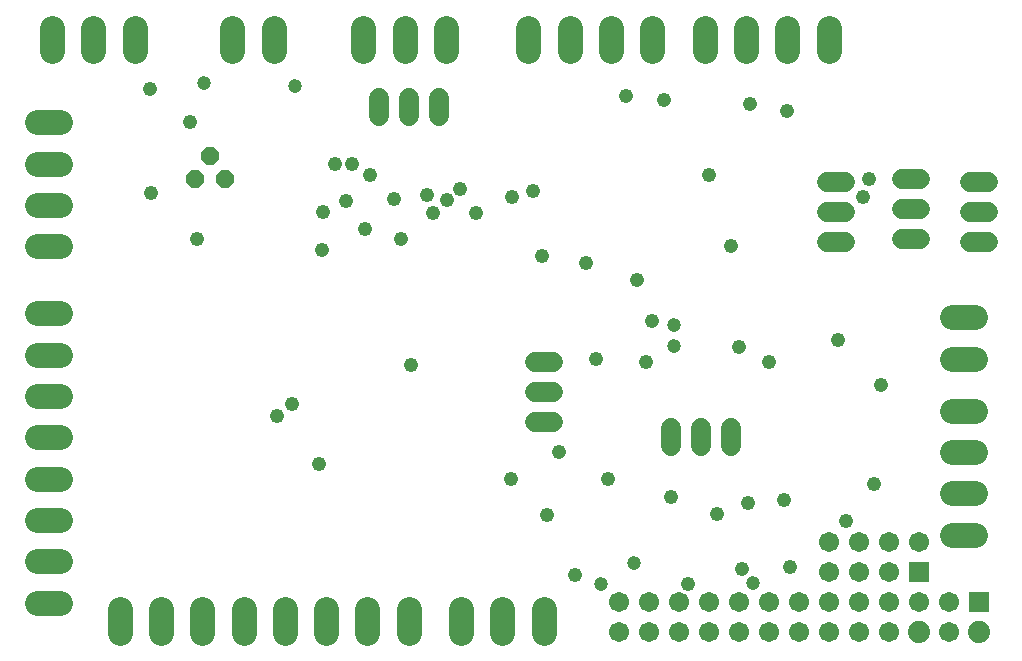
<source format=gbs>
G75*
G70*
%OFA0B0*%
%FSLAX24Y24*%
%IPPOS*%
%LPD*%
%AMOC8*
5,1,8,0,0,1.08239X$1,22.5*
%
%ADD10R,0.0674X0.0674*%
%ADD11C,0.0740*%
%ADD12C,0.0674*%
%ADD14C,0.0848*%
%ADD15OC8,0.0600*%
%ADD16C,0.0680*%
%ADD19C,0.0480*%
%ADD20C,0.0476*%
%ADD21C,0.0470*%
D10*
X033676Y005637D03*
X035676Y004637D03*
D11*
X035676Y003637D03*
X033676Y003637D03*
D12*
X032676Y003637D03*
X031676Y003637D03*
X030676Y003637D03*
X029676Y003637D03*
X028676Y003637D03*
X027676Y003637D03*
X026676Y003637D03*
X025676Y003637D03*
X024676Y003637D03*
X023676Y003637D03*
X023676Y004637D03*
X024676Y004637D03*
X025676Y004637D03*
X026676Y004637D03*
X027676Y004637D03*
X028676Y004637D03*
X029676Y004637D03*
X030676Y004637D03*
X030676Y005637D03*
X031676Y005637D03*
X032676Y005637D03*
X032676Y004637D03*
X031676Y004637D03*
X033676Y004637D03*
X034676Y004637D03*
X034676Y003637D03*
X033676Y006637D03*
X032676Y006637D03*
X031676Y006637D03*
X030676Y006637D03*
D14*
X007042Y004396D02*
X007042Y003628D01*
X008420Y003628D02*
X008420Y004396D01*
X009798Y004396D02*
X009798Y003628D01*
X011176Y003628D02*
X011176Y004396D01*
X012542Y004396D02*
X012542Y003628D01*
X013920Y003628D02*
X013920Y004396D01*
X015298Y004396D02*
X015298Y003628D01*
X016676Y003628D02*
X016676Y004396D01*
X018426Y004396D02*
X018426Y003628D01*
X019804Y003628D02*
X019804Y004396D01*
X021182Y004396D02*
X021182Y003628D01*
X034792Y006887D02*
X035560Y006887D01*
X035560Y008265D02*
X034792Y008265D01*
X034792Y009643D02*
X035560Y009643D01*
X035560Y011021D02*
X034792Y011021D01*
X034792Y012762D02*
X035560Y012762D01*
X035560Y014140D02*
X034792Y014140D01*
X030676Y023003D02*
X030676Y023771D01*
X029298Y023771D02*
X029298Y023003D01*
X027920Y023003D02*
X027920Y023771D01*
X026542Y023771D02*
X026542Y023003D01*
X024801Y023003D02*
X024801Y023771D01*
X023423Y023771D02*
X023423Y023003D01*
X022045Y023003D02*
X022045Y023771D01*
X020667Y023771D02*
X020667Y023003D01*
X017926Y023003D02*
X017926Y023771D01*
X016548Y023771D02*
X016548Y023003D01*
X015170Y023003D02*
X015170Y023771D01*
X012176Y023771D02*
X012176Y023003D01*
X010798Y023003D02*
X010798Y023771D01*
X007551Y023771D02*
X007551Y023003D01*
X006173Y023003D02*
X006173Y023771D01*
X004795Y023771D02*
X004795Y023003D01*
X005060Y020637D02*
X004292Y020637D01*
X004292Y019259D02*
X005060Y019259D01*
X005060Y017881D02*
X004292Y017881D01*
X004292Y016503D02*
X005060Y016503D01*
X005060Y014271D02*
X004292Y014271D01*
X004292Y012893D02*
X005060Y012893D01*
X005060Y011515D02*
X004292Y011515D01*
X004292Y010137D02*
X005060Y010137D01*
X005060Y008762D02*
X004292Y008762D01*
X004292Y007384D02*
X005060Y007384D01*
X005060Y006006D02*
X004292Y006006D01*
X004292Y004628D02*
X005060Y004628D01*
D15*
X009551Y018762D03*
X010051Y019512D03*
X010551Y018762D03*
D16*
X015676Y020837D02*
X015676Y021437D01*
X016676Y021437D02*
X016676Y020837D01*
X017676Y020837D02*
X017676Y021437D01*
X030626Y018637D02*
X031226Y018637D01*
X031226Y017637D02*
X030626Y017637D01*
X030626Y016637D02*
X031226Y016637D01*
X033126Y016762D02*
X033726Y016762D01*
X035376Y016637D02*
X035976Y016637D01*
X035976Y017637D02*
X035376Y017637D01*
X033726Y017762D02*
X033126Y017762D01*
X033126Y018762D02*
X033726Y018762D01*
X035376Y018637D02*
X035976Y018637D01*
X027426Y010437D02*
X027426Y009837D01*
X026426Y009837D02*
X026426Y010437D01*
X025426Y010437D02*
X025426Y009837D01*
X021476Y010637D02*
X020876Y010637D01*
X020876Y011637D02*
X021476Y011637D01*
X021476Y012637D02*
X020876Y012637D01*
D19*
X032026Y018737D03*
X031826Y018137D03*
X026676Y018887D03*
X022576Y015937D03*
X021126Y016187D03*
X018926Y017612D03*
X017951Y018037D03*
X018401Y018412D03*
X017276Y018212D03*
X017501Y017612D03*
X016176Y018087D03*
X015376Y018887D03*
X014776Y019237D03*
X014226Y019237D03*
X014601Y018012D03*
X013826Y017637D03*
X015226Y017087D03*
X020126Y018162D03*
X020826Y018337D03*
X022926Y012737D03*
X024576Y012637D03*
X028676Y012637D03*
X030976Y013387D03*
X023326Y008762D03*
X025426Y008137D03*
X026951Y007587D03*
X028001Y007937D03*
X029176Y008062D03*
X031251Y007362D03*
X032176Y008587D03*
X029376Y005812D03*
X025976Y005237D03*
X022226Y005562D03*
X021276Y007537D03*
X020076Y008737D03*
X016751Y012562D03*
X012776Y011262D03*
X012276Y010837D03*
X013676Y009262D03*
X009626Y016737D03*
X008076Y018287D03*
X009401Y020662D03*
D20*
X008051Y021762D03*
X016426Y016762D03*
X013801Y016387D03*
X024301Y015387D03*
X024801Y014012D03*
X027676Y013137D03*
X032426Y011887D03*
X027426Y016512D03*
X029301Y021012D03*
X028051Y021262D03*
X025176Y021387D03*
X023926Y021512D03*
X021676Y009637D03*
X027801Y005762D03*
D21*
X028151Y005287D03*
X024176Y005937D03*
X023101Y005237D03*
X025526Y013187D03*
X025526Y013887D03*
X012876Y021837D03*
X009851Y021962D03*
M02*

</source>
